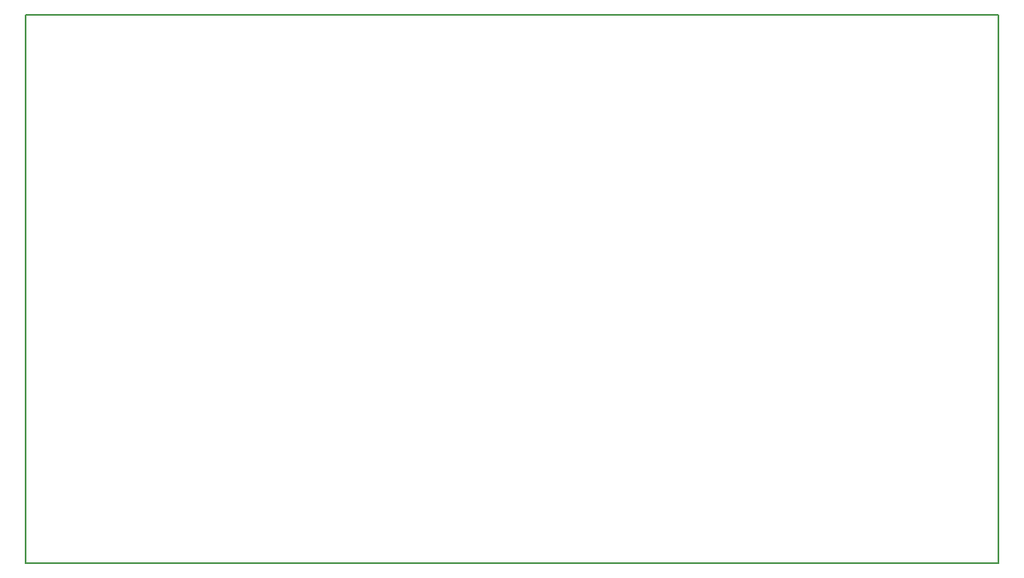
<source format=gbo>
G04 MADE WITH FRITZING*
G04 WWW.FRITZING.ORG*
G04 DOUBLE SIDED*
G04 HOLES PLATED*
G04 CONTOUR ON CENTER OF CONTOUR VECTOR*
%ASAXBY*%
%FSLAX23Y23*%
%MOIN*%
%OFA0B0*%
%SFA1.0B1.0*%
%ADD10R,3.937010X2.222220X3.921010X2.206220*%
%ADD11C,0.008000*%
%LNSILK0*%
G90*
G70*
G54D11*
X4Y2218D02*
X3933Y2218D01*
X3933Y4D01*
X4Y4D01*
X4Y2218D01*
D02*
G04 End of Silk0*
M02*
</source>
